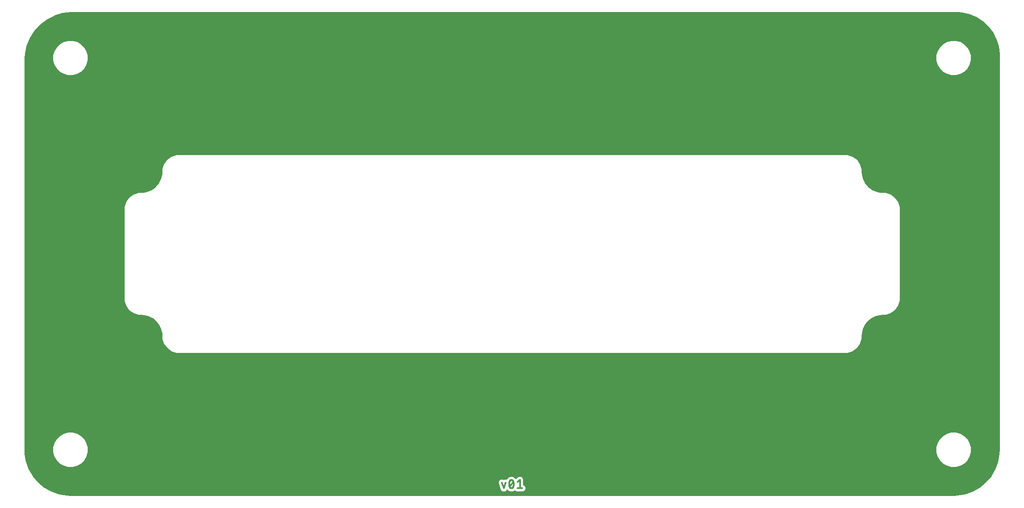
<source format=gtl>
G04 EAGLE Gerber RS-274X export*
G75*
%MOMM*%
%FSLAX34Y34*%
%LPD*%
%INTop Copper*%
%IPPOS*%
%AMOC8*
5,1,8,0,0,1.08239X$1,22.5*%
G01*
%ADD10C,0.304800*%
%ADD11C,0.655600*%

G36*
X900023Y-493996D02*
X900023Y-493996D01*
X900044Y-493998D01*
X908149Y-493644D01*
X908219Y-493631D01*
X908279Y-493630D01*
X924244Y-490815D01*
X924336Y-490785D01*
X924412Y-490770D01*
X939645Y-485226D01*
X939731Y-485180D01*
X939803Y-485152D01*
X953842Y-477047D01*
X953918Y-476987D01*
X953985Y-476947D01*
X966403Y-466526D01*
X966468Y-466454D01*
X966526Y-466403D01*
X976947Y-453985D01*
X976998Y-453903D01*
X977047Y-453842D01*
X985152Y-439803D01*
X985188Y-439713D01*
X985226Y-439645D01*
X990770Y-424412D01*
X990790Y-424317D01*
X990815Y-424244D01*
X993630Y-408279D01*
X993632Y-408229D01*
X993635Y-408218D01*
X993636Y-408193D01*
X993644Y-408149D01*
X993998Y-400044D01*
X993996Y-400021D01*
X993999Y-400000D01*
X993999Y398798D01*
X993997Y398813D01*
X993999Y398828D01*
X993983Y398915D01*
X993959Y399077D01*
X993947Y399105D01*
X993945Y399118D01*
X993998Y400131D01*
X993995Y400159D01*
X993999Y400184D01*
X993999Y401278D01*
X994013Y401330D01*
X994011Y401383D01*
X994019Y401430D01*
X994078Y408047D01*
X994068Y408117D01*
X994070Y408178D01*
X992202Y423426D01*
X992198Y423438D01*
X992198Y423440D01*
X992176Y423520D01*
X992165Y423596D01*
X987677Y438288D01*
X987636Y438376D01*
X987612Y438450D01*
X980641Y452139D01*
X980585Y452219D01*
X980548Y452287D01*
X971306Y464558D01*
X971237Y464626D01*
X971189Y464688D01*
X959956Y475167D01*
X959877Y475223D01*
X959819Y475274D01*
X946937Y483644D01*
X946849Y483685D01*
X946783Y483726D01*
X932643Y489732D01*
X932550Y489757D01*
X932478Y489786D01*
X917510Y493245D01*
X917439Y493251D01*
X917381Y493266D01*
X909828Y493995D01*
X909777Y493992D01*
X909732Y493999D01*
X-888780Y493999D01*
X-888798Y493997D01*
X-888815Y493999D01*
X-888904Y493982D01*
X-889059Y493959D01*
X-889083Y493949D01*
X-890119Y493998D01*
X-890144Y493996D01*
X-890166Y493999D01*
X-891288Y493999D01*
X-891312Y494005D01*
X-891369Y494004D01*
X-891418Y494012D01*
X-898889Y494041D01*
X-898959Y494031D01*
X-899019Y494033D01*
X-915985Y491868D01*
X-916078Y491842D01*
X-916155Y491831D01*
X-932487Y486752D01*
X-932574Y486710D01*
X-932648Y486686D01*
X-947850Y478848D01*
X-947929Y478792D01*
X-947997Y478755D01*
X-961607Y468397D01*
X-961675Y468329D01*
X-961736Y468280D01*
X-973341Y455716D01*
X-973396Y455636D01*
X-973447Y455578D01*
X-982694Y441190D01*
X-982734Y441102D01*
X-982775Y441036D01*
X-989382Y425260D01*
X-989407Y425167D01*
X-989435Y425094D01*
X-993203Y408411D01*
X-993209Y408341D01*
X-993223Y408282D01*
X-993995Y399845D01*
X-993993Y399796D01*
X-993999Y399754D01*
X-993999Y-400000D01*
X-993996Y-400023D01*
X-993998Y-400044D01*
X-993644Y-408149D01*
X-993639Y-408179D01*
X-993639Y-408192D01*
X-993631Y-408219D01*
X-993630Y-408279D01*
X-990815Y-424244D01*
X-990785Y-424336D01*
X-990770Y-424412D01*
X-985226Y-439645D01*
X-985180Y-439731D01*
X-985152Y-439803D01*
X-977047Y-453842D01*
X-976987Y-453918D01*
X-976947Y-453985D01*
X-966526Y-466403D01*
X-966454Y-466468D01*
X-966403Y-466526D01*
X-953985Y-476947D01*
X-953903Y-476998D01*
X-953842Y-477047D01*
X-939803Y-485152D01*
X-939713Y-485188D01*
X-939645Y-485226D01*
X-924412Y-490770D01*
X-924317Y-490790D01*
X-924244Y-490815D01*
X-908279Y-493630D01*
X-908208Y-493632D01*
X-908149Y-493644D01*
X-900044Y-493998D01*
X-900021Y-493996D01*
X-900000Y-493999D01*
X900000Y-493999D01*
X900023Y-493996D01*
G37*
%LPC*%
G36*
X-683464Y-202001D02*
X-683464Y-202001D01*
X-693858Y-198624D01*
X-702700Y-192200D01*
X-709124Y-183358D01*
X-712501Y-172964D01*
X-712501Y-167500D01*
X-712505Y-167470D01*
X-712502Y-167444D01*
X-712766Y-162741D01*
X-712785Y-162650D01*
X-712790Y-162575D01*
X-714883Y-153406D01*
X-714930Y-153282D01*
X-714957Y-153195D01*
X-719037Y-144721D01*
X-719111Y-144611D01*
X-719156Y-144532D01*
X-725020Y-137178D01*
X-725117Y-137088D01*
X-725178Y-137020D01*
X-732532Y-131156D01*
X-732646Y-131089D01*
X-732721Y-131037D01*
X-741195Y-126957D01*
X-741321Y-126917D01*
X-741406Y-126883D01*
X-750575Y-124790D01*
X-750668Y-124782D01*
X-750741Y-124766D01*
X-755444Y-124502D01*
X-755474Y-124505D01*
X-755500Y-124501D01*
X-760964Y-124501D01*
X-771358Y-121124D01*
X-780200Y-114700D01*
X-786624Y-105858D01*
X-790001Y-95464D01*
X-790001Y95464D01*
X-786624Y105858D01*
X-780200Y114700D01*
X-771358Y121124D01*
X-760964Y124501D01*
X-755500Y124501D01*
X-755470Y124505D01*
X-755444Y124502D01*
X-750741Y124766D01*
X-750650Y124785D01*
X-750575Y124790D01*
X-741406Y126883D01*
X-741282Y126930D01*
X-741195Y126957D01*
X-732721Y131037D01*
X-732611Y131111D01*
X-732532Y131156D01*
X-725178Y137020D01*
X-725088Y137117D01*
X-725020Y137178D01*
X-719156Y144532D01*
X-719089Y144646D01*
X-719037Y144721D01*
X-714957Y153195D01*
X-714917Y153321D01*
X-714883Y153406D01*
X-712790Y162575D01*
X-712782Y162668D01*
X-712766Y162741D01*
X-712502Y167444D01*
X-712505Y167474D01*
X-712501Y167500D01*
X-712501Y172964D01*
X-709124Y183358D01*
X-702700Y192200D01*
X-693858Y198624D01*
X-683464Y202001D01*
X683464Y202001D01*
X693858Y198624D01*
X702700Y192200D01*
X709124Y183358D01*
X712501Y172964D01*
X712501Y167500D01*
X712505Y167471D01*
X712502Y167444D01*
X712766Y162741D01*
X712785Y162650D01*
X712790Y162575D01*
X714883Y153406D01*
X714930Y153282D01*
X714957Y153195D01*
X719037Y144721D01*
X719111Y144611D01*
X719156Y144532D01*
X725020Y137178D01*
X725117Y137088D01*
X725178Y137020D01*
X732532Y131156D01*
X732646Y131089D01*
X732721Y131037D01*
X741195Y126957D01*
X741321Y126917D01*
X741406Y126883D01*
X750575Y124790D01*
X750668Y124782D01*
X750741Y124766D01*
X755444Y124502D01*
X755474Y124505D01*
X755500Y124501D01*
X760964Y124501D01*
X771358Y121124D01*
X780200Y114700D01*
X786624Y105858D01*
X790001Y95464D01*
X790001Y-95464D01*
X786624Y-105858D01*
X780200Y-114700D01*
X771358Y-121124D01*
X760964Y-124501D01*
X755500Y-124501D01*
X755471Y-124505D01*
X755444Y-124502D01*
X750741Y-124766D01*
X750650Y-124785D01*
X750575Y-124790D01*
X741406Y-126883D01*
X741282Y-126930D01*
X741195Y-126957D01*
X732721Y-131037D01*
X732620Y-131105D01*
X732601Y-131117D01*
X732532Y-131156D01*
X725178Y-137020D01*
X725087Y-137117D01*
X725020Y-137178D01*
X719156Y-144532D01*
X719089Y-144646D01*
X719037Y-144721D01*
X714957Y-153195D01*
X714917Y-153321D01*
X714883Y-153406D01*
X712790Y-162575D01*
X712782Y-162668D01*
X712766Y-162741D01*
X712502Y-167444D01*
X712505Y-167474D01*
X712501Y-167500D01*
X712501Y-172964D01*
X709124Y-183358D01*
X702700Y-192200D01*
X693858Y-198624D01*
X683464Y-202001D01*
X-683464Y-202001D01*
G37*
%LPD*%
%LPC*%
G36*
X895392Y364999D02*
X895392Y364999D01*
X886490Y367384D01*
X878509Y371992D01*
X871992Y378509D01*
X867384Y386490D01*
X864999Y395392D01*
X864999Y404608D01*
X867384Y413510D01*
X871992Y421491D01*
X878509Y428008D01*
X886490Y432616D01*
X895392Y435001D01*
X904608Y435001D01*
X913510Y432616D01*
X921491Y428008D01*
X928008Y421491D01*
X932616Y413510D01*
X935001Y404608D01*
X935001Y395392D01*
X932616Y386490D01*
X928008Y378509D01*
X921491Y371992D01*
X913510Y367384D01*
X904608Y364999D01*
X895392Y364999D01*
G37*
%LPD*%
%LPC*%
G36*
X-904608Y364999D02*
X-904608Y364999D01*
X-913510Y367384D01*
X-921491Y371992D01*
X-928008Y378509D01*
X-932616Y386490D01*
X-935001Y395392D01*
X-935001Y404608D01*
X-932616Y413510D01*
X-928008Y421491D01*
X-921491Y428008D01*
X-913510Y432616D01*
X-904608Y435001D01*
X-895392Y435001D01*
X-886490Y432616D01*
X-878509Y428008D01*
X-871992Y421491D01*
X-867384Y413510D01*
X-864999Y404608D01*
X-864999Y395392D01*
X-867384Y386490D01*
X-871992Y378509D01*
X-878509Y371992D01*
X-886490Y367384D01*
X-895392Y364999D01*
X-904608Y364999D01*
G37*
%LPD*%
%LPC*%
G36*
X895392Y-435001D02*
X895392Y-435001D01*
X886490Y-432616D01*
X878509Y-428008D01*
X871992Y-421491D01*
X867384Y-413510D01*
X864999Y-404608D01*
X864999Y-395392D01*
X867384Y-386490D01*
X871992Y-378509D01*
X878509Y-371992D01*
X886490Y-367384D01*
X895392Y-364999D01*
X904608Y-364999D01*
X913510Y-367384D01*
X921491Y-371992D01*
X928008Y-378509D01*
X932616Y-386490D01*
X935001Y-395392D01*
X935001Y-404608D01*
X932616Y-413510D01*
X928008Y-421491D01*
X921491Y-428008D01*
X913510Y-432616D01*
X904608Y-435001D01*
X895392Y-435001D01*
G37*
%LPD*%
%LPC*%
G36*
X-904608Y-435001D02*
X-904608Y-435001D01*
X-913510Y-432616D01*
X-921491Y-428008D01*
X-928008Y-421491D01*
X-932616Y-413510D01*
X-935001Y-404608D01*
X-935001Y-395392D01*
X-932616Y-386490D01*
X-928008Y-378509D01*
X-921491Y-371992D01*
X-913510Y-367384D01*
X-904608Y-364999D01*
X-895392Y-364999D01*
X-886490Y-367384D01*
X-878509Y-371992D01*
X-871992Y-378509D01*
X-867384Y-386490D01*
X-864999Y-395392D01*
X-864999Y-404608D01*
X-867384Y-413510D01*
X-871992Y-421491D01*
X-878509Y-428008D01*
X-886490Y-432616D01*
X-895392Y-435001D01*
X-904608Y-435001D01*
G37*
%LPD*%
%LPC*%
G36*
X-16788Y-485022D02*
X-16788Y-485022D01*
X-16865Y-485028D01*
X-16929Y-485022D01*
X-17690Y-485076D01*
X-18022Y-484966D01*
X-18180Y-484937D01*
X-18267Y-484917D01*
X-18616Y-484892D01*
X-19298Y-484551D01*
X-19371Y-484527D01*
X-19429Y-484497D01*
X-20153Y-484256D01*
X-20417Y-484027D01*
X-20552Y-483939D01*
X-20625Y-483888D01*
X-20937Y-483731D01*
X-21437Y-483155D01*
X-21495Y-483104D01*
X-21537Y-483055D01*
X-22114Y-482555D01*
X-22270Y-482242D01*
X-22362Y-482110D01*
X-22409Y-482034D01*
X-22638Y-481771D01*
X-22879Y-481047D01*
X-22914Y-480978D01*
X-22933Y-480916D01*
X-23275Y-480233D01*
X-23299Y-479885D01*
X-23333Y-479727D01*
X-23348Y-479639D01*
X-27226Y-468007D01*
X-27042Y-465417D01*
X-25881Y-463096D01*
X-23920Y-461395D01*
X-21458Y-460574D01*
X-18868Y-460758D01*
X-17305Y-461540D01*
X-17281Y-461548D01*
X-17259Y-461562D01*
X-17148Y-461593D01*
X-17038Y-461629D01*
X-17012Y-461630D01*
X-16987Y-461637D01*
X-16871Y-461636D01*
X-16756Y-461640D01*
X-16731Y-461634D01*
X-16705Y-461634D01*
X-16618Y-461606D01*
X-16482Y-461572D01*
X-16446Y-461551D01*
X-16411Y-461540D01*
X-14848Y-460758D01*
X-12259Y-460574D01*
X-11526Y-460819D01*
X-11466Y-460830D01*
X-11410Y-460850D01*
X-11328Y-460855D01*
X-11248Y-460869D01*
X-11188Y-460863D01*
X-11128Y-460867D01*
X-11049Y-460849D01*
X-10968Y-460840D01*
X-10912Y-460818D01*
X-10853Y-460805D01*
X-10782Y-460765D01*
X-10706Y-460734D01*
X-10659Y-460697D01*
X-10607Y-460668D01*
X-10549Y-460610D01*
X-10485Y-460559D01*
X-10450Y-460510D01*
X-10408Y-460468D01*
X-10374Y-460403D01*
X-10322Y-460329D01*
X-10295Y-460254D01*
X-10264Y-460195D01*
X-10121Y-459776D01*
X-7278Y-456687D01*
X-3433Y-454999D01*
X766Y-454999D01*
X4611Y-456687D01*
X6908Y-459183D01*
X6931Y-459202D01*
X6950Y-459226D01*
X7040Y-459291D01*
X7127Y-459362D01*
X7154Y-459374D01*
X7178Y-459391D01*
X7283Y-459429D01*
X7386Y-459472D01*
X7416Y-459476D01*
X7444Y-459486D01*
X7555Y-459493D01*
X7666Y-459506D01*
X7696Y-459501D01*
X7725Y-459503D01*
X7834Y-459478D01*
X7945Y-459460D01*
X7971Y-459447D01*
X8000Y-459440D01*
X8080Y-459395D01*
X8199Y-459338D01*
X8233Y-459307D01*
X8268Y-459287D01*
X11515Y-456689D01*
X11556Y-456646D01*
X11598Y-456616D01*
X12221Y-455993D01*
X12433Y-455905D01*
X12666Y-455766D01*
X12675Y-455762D01*
X12675Y-455761D01*
X12676Y-455761D01*
X12854Y-455618D01*
X13700Y-455373D01*
X13755Y-455349D01*
X13805Y-455336D01*
X14619Y-454999D01*
X14848Y-454999D01*
X15114Y-454961D01*
X15127Y-454960D01*
X15347Y-454896D01*
X16223Y-454993D01*
X16282Y-454991D01*
X16333Y-454999D01*
X17214Y-454999D01*
X17427Y-455087D01*
X17688Y-455154D01*
X17699Y-455157D01*
X17927Y-455182D01*
X18699Y-455608D01*
X18754Y-455629D01*
X18798Y-455655D01*
X19613Y-455993D01*
X19775Y-456155D01*
X19991Y-456317D01*
X20000Y-456324D01*
X20001Y-456324D01*
X20201Y-456435D01*
X20751Y-457123D01*
X20795Y-457163D01*
X20825Y-457205D01*
X21448Y-457828D01*
X21536Y-458040D01*
X21674Y-458274D01*
X21679Y-458282D01*
X21822Y-458461D01*
X22068Y-459308D01*
X22092Y-459362D01*
X22104Y-459412D01*
X22441Y-460226D01*
X22441Y-460456D01*
X22479Y-460721D01*
X22481Y-460734D01*
X22545Y-460955D01*
X22447Y-461830D01*
X22449Y-461890D01*
X22441Y-461941D01*
X22441Y-471498D01*
X22443Y-471508D01*
X22442Y-471517D01*
X22463Y-471647D01*
X22481Y-471777D01*
X22485Y-471786D01*
X22487Y-471795D01*
X22544Y-471915D01*
X22597Y-472034D01*
X22604Y-472041D01*
X22608Y-472050D01*
X22695Y-472149D01*
X22781Y-472249D01*
X22789Y-472254D01*
X22795Y-472261D01*
X22860Y-472301D01*
X23017Y-472403D01*
X23040Y-472410D01*
X23058Y-472421D01*
X24322Y-472945D01*
X26157Y-474780D01*
X27150Y-477178D01*
X27150Y-479774D01*
X26157Y-482172D01*
X24322Y-484007D01*
X21923Y-485001D01*
X9910Y-485001D01*
X7512Y-484007D01*
X6405Y-482901D01*
X6337Y-482850D01*
X6275Y-482791D01*
X6225Y-482765D01*
X6180Y-482731D01*
X6100Y-482702D01*
X6025Y-482663D01*
X5969Y-482652D01*
X5916Y-482632D01*
X5831Y-482625D01*
X5748Y-482609D01*
X5691Y-482615D01*
X5635Y-482610D01*
X5551Y-482627D01*
X5467Y-482635D01*
X5414Y-482656D01*
X5358Y-482668D01*
X5283Y-482708D01*
X5204Y-482739D01*
X5163Y-482772D01*
X5109Y-482800D01*
X5030Y-482878D01*
X4963Y-482931D01*
X4611Y-483314D01*
X766Y-485001D01*
X-3433Y-485001D01*
X-7278Y-483314D01*
X-9298Y-481118D01*
X-9324Y-481096D01*
X-9345Y-481070D01*
X-9433Y-481007D01*
X-9516Y-480939D01*
X-9548Y-480926D01*
X-9575Y-480906D01*
X-9677Y-480871D01*
X-9776Y-480829D01*
X-9809Y-480825D01*
X-9841Y-480814D01*
X-9949Y-480808D01*
X-10056Y-480795D01*
X-10089Y-480801D01*
X-10123Y-480799D01*
X-10228Y-480824D01*
X-10334Y-480841D01*
X-10365Y-480856D01*
X-10398Y-480864D01*
X-10491Y-480917D01*
X-10589Y-480963D01*
X-10614Y-480986D01*
X-10643Y-481002D01*
X-10718Y-481080D01*
X-10799Y-481152D01*
X-10816Y-481180D01*
X-10840Y-481204D01*
X-10881Y-481284D01*
X-10948Y-481391D01*
X-10961Y-481439D01*
X-10981Y-481478D01*
X-11079Y-481771D01*
X-11308Y-482034D01*
X-11395Y-482170D01*
X-11447Y-482242D01*
X-11603Y-482555D01*
X-12179Y-483055D01*
X-12230Y-483113D01*
X-12280Y-483155D01*
X-12780Y-483731D01*
X-13092Y-483888D01*
X-13225Y-483980D01*
X-13300Y-484027D01*
X-13564Y-484256D01*
X-14288Y-484497D01*
X-14357Y-484531D01*
X-14419Y-484551D01*
X-15101Y-484892D01*
X-15450Y-484917D01*
X-15607Y-484951D01*
X-15695Y-484966D01*
X-16026Y-485076D01*
X-16788Y-485022D01*
G37*
%LPD*%
D10*
X-20625Y-467175D02*
X-16858Y-478476D01*
X-13091Y-467175D01*
X-6042Y-470000D02*
X-6038Y-469667D01*
X-6026Y-469333D01*
X-6006Y-469000D01*
X-5978Y-468668D01*
X-5943Y-468336D01*
X-5899Y-468006D01*
X-5847Y-467676D01*
X-5788Y-467348D01*
X-5721Y-467021D01*
X-5646Y-466696D01*
X-5563Y-466373D01*
X-5473Y-466052D01*
X-5375Y-465734D01*
X-5269Y-465417D01*
X-5156Y-465104D01*
X-5035Y-464793D01*
X-4907Y-464485D01*
X-4772Y-464180D01*
X-4629Y-463878D01*
X-4630Y-463879D02*
X-4590Y-463769D01*
X-4547Y-463660D01*
X-4499Y-463553D01*
X-4449Y-463448D01*
X-4395Y-463345D01*
X-4337Y-463243D01*
X-4276Y-463143D01*
X-4212Y-463046D01*
X-4145Y-462950D01*
X-4074Y-462857D01*
X-4001Y-462766D01*
X-3924Y-462678D01*
X-3844Y-462593D01*
X-3762Y-462510D01*
X-3677Y-462430D01*
X-3589Y-462353D01*
X-3499Y-462279D01*
X-3406Y-462208D01*
X-3311Y-462140D01*
X-3214Y-462075D01*
X-3114Y-462014D01*
X-3013Y-461956D01*
X-2909Y-461901D01*
X-2804Y-461850D01*
X-2698Y-461802D01*
X-2589Y-461758D01*
X-2480Y-461718D01*
X-2369Y-461681D01*
X-2257Y-461649D01*
X-2143Y-461620D01*
X-2029Y-461594D01*
X-1914Y-461573D01*
X-1799Y-461555D01*
X-1683Y-461542D01*
X-1567Y-461532D01*
X-1450Y-461526D01*
X-1333Y-461524D01*
X-1216Y-461526D01*
X-1099Y-461532D01*
X-983Y-461542D01*
X-867Y-461555D01*
X-752Y-461573D01*
X-637Y-461594D01*
X-523Y-461620D01*
X-409Y-461649D01*
X-297Y-461681D01*
X-186Y-461718D01*
X-77Y-461758D01*
X32Y-461802D01*
X138Y-461850D01*
X243Y-461901D01*
X347Y-461956D01*
X448Y-462014D01*
X548Y-462075D01*
X645Y-462140D01*
X740Y-462208D01*
X833Y-462279D01*
X923Y-462353D01*
X1011Y-462430D01*
X1096Y-462510D01*
X1178Y-462593D01*
X1258Y-462678D01*
X1335Y-462766D01*
X1408Y-462857D01*
X1479Y-462950D01*
X1546Y-463046D01*
X1610Y-463143D01*
X1671Y-463243D01*
X1729Y-463345D01*
X1783Y-463448D01*
X1833Y-463553D01*
X1881Y-463660D01*
X1924Y-463769D01*
X1964Y-463879D01*
X1963Y-463878D02*
X2106Y-464180D01*
X2241Y-464485D01*
X2369Y-464793D01*
X2490Y-465104D01*
X2603Y-465417D01*
X2709Y-465734D01*
X2807Y-466052D01*
X2897Y-466373D01*
X2980Y-466696D01*
X3055Y-467021D01*
X3122Y-467348D01*
X3181Y-467676D01*
X3233Y-468006D01*
X3277Y-468336D01*
X3312Y-468668D01*
X3340Y-469000D01*
X3360Y-469333D01*
X3372Y-469667D01*
X3376Y-470000D01*
X-6042Y-470000D02*
X-6038Y-470333D01*
X-6026Y-470667D01*
X-6006Y-471000D01*
X-5978Y-471332D01*
X-5943Y-471664D01*
X-5899Y-471994D01*
X-5847Y-472324D01*
X-5788Y-472652D01*
X-5721Y-472979D01*
X-5646Y-473304D01*
X-5563Y-473627D01*
X-5473Y-473948D01*
X-5375Y-474266D01*
X-5269Y-474583D01*
X-5156Y-474896D01*
X-5035Y-475207D01*
X-4907Y-475515D01*
X-4772Y-475820D01*
X-4629Y-476122D01*
X-4630Y-476121D02*
X-4590Y-476231D01*
X-4546Y-476340D01*
X-4499Y-476447D01*
X-4449Y-476552D01*
X-4395Y-476655D01*
X-4337Y-476757D01*
X-4276Y-476857D01*
X-4212Y-476954D01*
X-4145Y-477050D01*
X-4074Y-477143D01*
X-4001Y-477234D01*
X-3924Y-477322D01*
X-3844Y-477407D01*
X-3762Y-477490D01*
X-3677Y-477570D01*
X-3589Y-477647D01*
X-3499Y-477721D01*
X-3406Y-477793D01*
X-3311Y-477860D01*
X-3213Y-477925D01*
X-3114Y-477986D01*
X-3013Y-478045D01*
X-2909Y-478099D01*
X-2804Y-478150D01*
X-2698Y-478198D01*
X-2589Y-478242D01*
X-2480Y-478282D01*
X-2369Y-478319D01*
X-2257Y-478351D01*
X-2143Y-478380D01*
X-2029Y-478406D01*
X-1914Y-478427D01*
X-1799Y-478445D01*
X-1683Y-478458D01*
X-1567Y-478468D01*
X-1450Y-478474D01*
X-1333Y-478476D01*
X1963Y-476122D02*
X2106Y-475820D01*
X2241Y-475515D01*
X2369Y-475207D01*
X2490Y-474896D01*
X2603Y-474583D01*
X2709Y-474266D01*
X2807Y-473948D01*
X2897Y-473627D01*
X2980Y-473304D01*
X3055Y-472979D01*
X3122Y-472652D01*
X3181Y-472324D01*
X3233Y-471994D01*
X3277Y-471664D01*
X3312Y-471332D01*
X3340Y-471000D01*
X3360Y-470667D01*
X3372Y-470333D01*
X3376Y-470000D01*
X1964Y-476121D02*
X1924Y-476231D01*
X1880Y-476340D01*
X1833Y-476447D01*
X1783Y-476552D01*
X1729Y-476655D01*
X1671Y-476757D01*
X1610Y-476857D01*
X1546Y-476954D01*
X1479Y-477050D01*
X1408Y-477143D01*
X1335Y-477234D01*
X1258Y-477322D01*
X1178Y-477407D01*
X1096Y-477490D01*
X1011Y-477570D01*
X923Y-477647D01*
X833Y-477721D01*
X740Y-477793D01*
X645Y-477860D01*
X547Y-477925D01*
X448Y-477986D01*
X347Y-478045D01*
X243Y-478099D01*
X138Y-478150D01*
X32Y-478198D01*
X-77Y-478242D01*
X-186Y-478282D01*
X-297Y-478319D01*
X-409Y-478351D01*
X-523Y-478380D01*
X-637Y-478406D01*
X-752Y-478427D01*
X-867Y-478445D01*
X-983Y-478458D01*
X-1099Y-478468D01*
X-1216Y-478474D01*
X-1333Y-478476D01*
X-5101Y-474709D02*
X2434Y-465291D01*
X11208Y-465291D02*
X15917Y-461524D01*
X15917Y-478476D01*
X11208Y-478476D02*
X20626Y-478476D01*
D11*
X0Y-400000D03*
M02*

</source>
